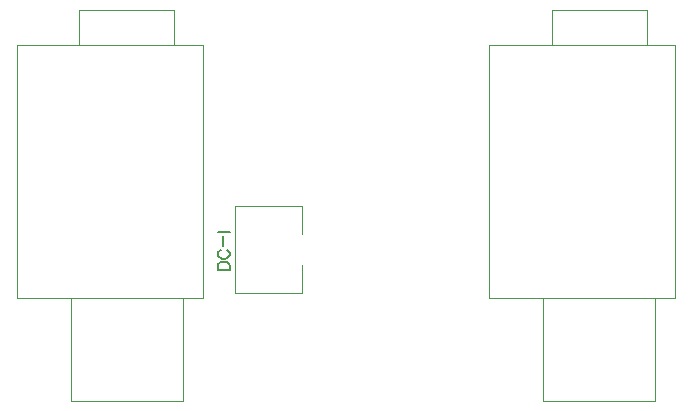
<source format=gbo>
%FSLAX46Y46*%
%MOMM*%
%ADD10C,0.050000*%
%ADD11C,0.150000*%
G01*
%LPD*%
G01*
%LPD*%
D10*
X7490000Y21400000D02*
X2180000Y21400000D01*
D10*
X6740000Y-8700000D02*
X16240000Y-8700000D01*
D10*
X6740000Y0D02*
X6740000Y-8700000D01*
D10*
X6740000Y0D02*
X16240000Y0D01*
D10*
X7490000Y24400000D02*
X7490000Y21400000D01*
D10*
X16240000Y0D02*
X17920000Y0D01*
D10*
X17920000Y21400000D02*
X15490000Y21400000D01*
D10*
X16240000Y-8700000D02*
X16240000Y0D01*
D10*
X2180000Y0D02*
X6740000Y0D01*
D10*
X15490000Y24400000D02*
X7490000Y24400000D01*
D10*
X2180000Y21400000D02*
X2180000Y0D01*
D10*
X7490000Y21400000D02*
X15490000Y21400000D01*
D10*
X17920000Y0D02*
X17920000Y21400000D01*
D10*
X15490000Y21400000D02*
X15490000Y24400000D01*
D10*
X47500000Y21400000D02*
X42190000Y21400000D01*
D10*
X46750000Y-8700000D02*
X56250000Y-8700000D01*
D10*
X46750000Y0D02*
X46750000Y-8700000D01*
D10*
X46750000Y0D02*
X56250000Y0D01*
D10*
X47500000Y24400000D02*
X47500000Y21400000D01*
D10*
X56250000Y0D02*
X57930000Y0D01*
D10*
X57930000Y21400000D02*
X55500000Y21400000D01*
D10*
X56250000Y-8700000D02*
X56250000Y0D01*
D10*
X42190000Y0D02*
X46750000Y0D01*
D10*
X55500000Y24400000D02*
X47500000Y24400000D01*
D10*
X42190000Y21400000D02*
X42190000Y0D01*
D10*
X47500000Y21400000D02*
X55500000Y21400000D01*
D10*
X57930000Y0D02*
X57930000Y21400000D01*
D10*
X55500000Y21400000D02*
X55500000Y24400000D01*
D10*
X26370000Y7830000D02*
X20620000Y7830000D01*
D10*
X26370000Y2830000D02*
X26370000Y430000D01*
D10*
X26370000Y7830000D02*
X26370000Y5430000D01*
D10*
X20620000Y430000D02*
X26370000Y430000D01*
D10*
X20620000Y7830000D02*
X20620000Y430000D01*
D11*
X19193810Y2401428D02*
X20193810Y2401428D01*
D11*
X20193810Y2734762D02*
X20193810Y2401428D01*
D11*
X20146190Y2877619D02*
X20193810Y2734762D01*
D11*
X20050952Y2972857D02*
X20146190Y2877619D01*
D11*
X19955714Y3020476D02*
X20050952Y2972857D01*
D11*
X19812858Y3068095D02*
X19955714Y3020476D01*
D11*
X19574762Y3068095D02*
X19812858Y3068095D01*
D11*
X19431904Y3020476D02*
X19574762Y3068095D01*
D11*
X19336666Y2972857D02*
X19431904Y3020476D01*
D11*
X19241428Y2877619D02*
X19336666Y2972857D01*
D11*
X19193810Y2734762D02*
X19241428Y2877619D01*
D11*
X19193810Y2401428D02*
X19193810Y2734762D01*
D11*
X20050952Y4020476D02*
X19955714Y4068095D01*
D11*
X20146190Y3925238D02*
X20050952Y4020476D01*
D11*
X20193810Y3830000D02*
X20146190Y3925238D01*
D11*
X20193810Y3639523D02*
X20193810Y3830000D01*
D11*
X20146190Y3544285D02*
X20193810Y3639523D01*
D11*
X20050952Y3449047D02*
X20146190Y3544285D01*
D11*
X19955714Y3401428D02*
X20050952Y3449047D01*
D11*
X19812858Y3353809D02*
X19955714Y3401428D01*
D11*
X19574762Y3353809D02*
X19812858Y3353809D01*
D11*
X19431904Y3401428D02*
X19574762Y3353809D01*
D11*
X19336666Y3449047D02*
X19431904Y3401428D01*
D11*
X19241428Y3544285D02*
X19336666Y3449047D01*
D11*
X19193810Y3639523D02*
X19241428Y3544285D01*
D11*
X19193810Y3830000D02*
X19193810Y3639523D01*
D11*
X19241428Y3925238D02*
X19193810Y3830000D01*
D11*
X19336666Y4020476D02*
X19241428Y3925238D01*
D11*
X19431904Y4068095D02*
X19336666Y4020476D01*
D11*
X19622380Y5258571D02*
X19622380Y4401428D01*
D11*
X19193810Y5639524D02*
X20193810Y5639524D01*
G75*
M02*

</source>
